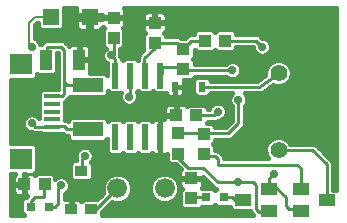
<source format=gtl>
G75*
%MOIN*%
%OFA0B0*%
%FSLAX25Y25*%
%IPPOS*%
%LPD*%
%AMOC8*
5,1,8,0,0,1.08239X$1,22.5*
%
%ADD10R,0.03937X0.04331*%
%ADD11R,0.04331X0.03937*%
%ADD12R,0.02480X0.03268*%
%ADD13R,0.03937X0.07087*%
%ADD14R,0.02362X0.08661*%
%ADD15R,0.03150X0.03150*%
%ADD16R,0.05512X0.03937*%
%ADD17C,0.06600*%
%ADD18R,0.03937X0.03543*%
%ADD19R,0.04331X0.03543*%
%ADD20C,0.05543*%
%ADD21R,0.05512X0.01378*%
%ADD22R,0.07480X0.07087*%
%ADD23R,0.10000X0.05000*%
%ADD24R,0.05500X0.05500*%
%ADD25C,0.01000*%
%ADD26C,0.02800*%
%ADD27C,0.00800*%
%ADD28C,0.01600*%
D10*
X0015146Y0023769D03*
X0021839Y0023769D03*
X0075225Y0071682D03*
X0081918Y0071682D03*
X0044871Y0072706D03*
X0044871Y0079398D03*
D11*
X0058532Y0077745D03*
X0058532Y0071052D03*
X0068099Y0068887D03*
X0068099Y0062194D03*
X0065698Y0046839D03*
X0072391Y0046839D03*
X0074989Y0040580D03*
X0074989Y0033887D03*
X0066446Y0034083D03*
X0066446Y0040776D03*
X0070698Y0025816D03*
X0070698Y0019123D03*
D12*
X0074320Y0056249D03*
X0065265Y0056249D03*
D13*
X0033335Y0065343D03*
X0022312Y0065343D03*
D14*
X0045402Y0060028D03*
X0050402Y0060028D03*
X0055402Y0060028D03*
X0060402Y0060028D03*
X0060402Y0039556D03*
X0055402Y0039556D03*
X0050402Y0039556D03*
X0045402Y0039556D03*
D15*
X0075619Y0019517D03*
X0081524Y0019517D03*
X0023217Y0016406D03*
X0017312Y0016406D03*
D16*
X0088020Y0018532D03*
X0096682Y0014792D03*
X0096682Y0022272D03*
X0107154Y0022233D03*
X0115816Y0018493D03*
X0107154Y0014753D03*
D17*
X0061839Y0022509D03*
X0046091Y0022509D03*
D18*
X0037430Y0015422D03*
X0030737Y0015422D03*
D19*
X0034083Y0028414D03*
D20*
X0099831Y0035265D03*
X0099831Y0060855D03*
D21*
X0024280Y0053178D03*
X0024280Y0050619D03*
X0024280Y0048060D03*
X0024280Y0045501D03*
X0024280Y0042942D03*
D22*
X0013847Y0032312D03*
X0013847Y0063808D03*
D23*
X0036249Y0056918D03*
X0036249Y0042154D03*
D24*
X0036843Y0079556D03*
X0023843Y0079556D03*
D25*
X0033335Y0071682D02*
X0033335Y0065343D01*
X0028375Y0068729D02*
X0027391Y0069713D01*
X0022745Y0069713D01*
X0022312Y0065343D01*
X0028375Y0068729D02*
X0028375Y0057902D01*
X0028375Y0053965D01*
X0027587Y0053178D01*
X0024280Y0053178D01*
X0028375Y0057902D02*
X0029359Y0056918D01*
X0036249Y0056918D01*
X0045402Y0060028D02*
X0045402Y0065481D01*
X0044123Y0066761D01*
X0044871Y0066997D01*
X0044871Y0072706D01*
X0054950Y0065776D02*
X0054950Y0060481D01*
X0055402Y0060028D01*
X0059871Y0059497D02*
X0060402Y0060028D01*
X0060855Y0060481D01*
X0060855Y0062824D01*
X0067469Y0062824D01*
X0068099Y0062194D01*
X0068454Y0061839D01*
X0084477Y0061839D01*
X0093454Y0056249D02*
X0099831Y0060855D01*
X0093454Y0056249D02*
X0074320Y0056249D01*
X0068099Y0062194D02*
X0067391Y0062194D01*
X0068099Y0068887D02*
X0068099Y0069083D01*
X0070698Y0071682D01*
X0075225Y0071682D01*
X0081918Y0071682D02*
X0092351Y0071682D01*
X0094320Y0069713D01*
X0086446Y0051997D02*
X0086446Y0044123D01*
X0083099Y0040776D01*
X0066446Y0040776D01*
X0074792Y0040776D01*
X0074989Y0040580D01*
X0074989Y0033887D02*
X0075580Y0033296D01*
X0078572Y0033296D01*
X0079517Y0032351D01*
X0079517Y0030343D01*
X0106131Y0030343D01*
X0107154Y0029320D01*
X0107154Y0022233D01*
X0102194Y0019517D02*
X0102194Y0016564D01*
X0103178Y0015580D01*
X0106997Y0015580D01*
X0107154Y0014753D01*
X0102194Y0019517D02*
X0098454Y0023257D01*
X0096682Y0022272D01*
X0096682Y0026013D01*
X0098257Y0027391D01*
X0092351Y0023454D02*
X0092351Y0015580D01*
X0093335Y0014595D01*
X0096485Y0014595D01*
X0096682Y0014792D01*
X0088020Y0018532D02*
X0085461Y0018532D01*
X0084477Y0019517D01*
X0081524Y0019517D01*
X0075619Y0019517D02*
X0071091Y0019517D01*
X0070698Y0019123D01*
X0079556Y0024438D02*
X0086446Y0024438D01*
X0091367Y0024438D01*
X0092351Y0023454D01*
X0079556Y0024438D02*
X0074635Y0029359D01*
X0069713Y0029359D01*
X0066446Y0032627D01*
X0066446Y0034083D01*
X0072391Y0046839D02*
X0078335Y0046839D01*
X0079556Y0048060D01*
X0099831Y0035265D02*
X0111052Y0035265D01*
X0115816Y0030501D01*
X0115816Y0018493D01*
X0050402Y0053355D02*
X0050028Y0052981D01*
X0050402Y0053355D02*
X0050402Y0060028D01*
X0054950Y0065776D02*
X0058532Y0069359D01*
X0058532Y0071052D01*
X0065934Y0071052D01*
X0068099Y0068887D01*
X0036249Y0042154D02*
X0029359Y0042154D01*
X0028375Y0043139D01*
X0024477Y0043139D01*
X0024280Y0042942D01*
X0018729Y0042942D01*
X0017548Y0044123D01*
X0034280Y0032312D02*
X0035265Y0033296D01*
X0034280Y0032312D02*
X0034280Y0028611D01*
X0034083Y0028414D01*
X0027391Y0023454D02*
X0026406Y0022469D01*
X0026406Y0017548D01*
X0025265Y0016406D01*
X0023217Y0016406D01*
X0021485Y0019517D02*
X0021485Y0023414D01*
X0021839Y0023769D01*
X0021839Y0023808D01*
X0020501Y0027391D02*
X0016564Y0027391D01*
X0015146Y0025973D01*
X0015146Y0023769D01*
X0014595Y0023217D01*
X0018532Y0019517D02*
X0021485Y0019517D01*
X0018532Y0019517D02*
X0017312Y0018296D01*
X0017312Y0016406D01*
X0037430Y0015422D02*
X0039005Y0015422D01*
X0046091Y0022509D01*
D26*
X0035265Y0033296D03*
X0027391Y0023454D03*
X0021485Y0031328D03*
X0011643Y0019517D03*
X0017548Y0044123D03*
X0044123Y0066761D03*
X0033335Y0071682D03*
X0017548Y0069713D03*
X0050028Y0052981D03*
X0079556Y0048060D03*
X0086446Y0051997D03*
X0084477Y0061839D03*
X0094320Y0069713D03*
X0098257Y0027391D03*
X0086446Y0024438D03*
D27*
X0017548Y0069713D02*
X0016564Y0070698D01*
X0016564Y0077587D01*
X0018532Y0079556D01*
X0023843Y0079556D01*
D28*
X0010537Y0027169D02*
X0010537Y0013490D01*
X0014816Y0013490D01*
X0014137Y0014169D01*
X0014137Y0018644D01*
X0015074Y0019581D01*
X0015627Y0019581D01*
X0015849Y0019803D01*
X0015331Y0019803D01*
X0015331Y0023584D01*
X0014962Y0023584D01*
X0014962Y0019803D01*
X0012941Y0019803D01*
X0012483Y0019926D01*
X0012073Y0020163D01*
X0011738Y0020498D01*
X0011501Y0020908D01*
X0011378Y0021366D01*
X0011378Y0023584D01*
X0014962Y0023584D01*
X0014962Y0023953D01*
X0014962Y0027169D01*
X0015331Y0027169D01*
X0015331Y0023953D01*
X0014962Y0023953D01*
X0011378Y0023953D01*
X0011378Y0026171D01*
X0011501Y0026629D01*
X0011738Y0027039D01*
X0011867Y0027169D01*
X0010537Y0027169D01*
X0010537Y0026273D02*
X0011405Y0026273D01*
X0011378Y0024675D02*
X0010537Y0024675D01*
X0010537Y0023076D02*
X0011378Y0023076D01*
X0011378Y0021478D02*
X0010537Y0021478D01*
X0010537Y0019879D02*
X0012657Y0019879D01*
X0014137Y0018281D02*
X0010537Y0018281D01*
X0010537Y0016682D02*
X0014137Y0016682D01*
X0014137Y0015084D02*
X0010537Y0015084D01*
X0014962Y0019879D02*
X0015331Y0019879D01*
X0015331Y0021478D02*
X0014962Y0021478D01*
X0014962Y0023076D02*
X0015331Y0023076D01*
X0015331Y0024675D02*
X0014962Y0024675D01*
X0014962Y0026273D02*
X0015331Y0026273D01*
X0018338Y0027256D02*
X0019187Y0028106D01*
X0019187Y0036518D01*
X0018250Y0037455D01*
X0010537Y0037455D01*
X0010537Y0058665D01*
X0018250Y0058665D01*
X0019187Y0059602D01*
X0019187Y0060693D01*
X0019681Y0060200D01*
X0024943Y0060200D01*
X0025880Y0061137D01*
X0025880Y0067613D01*
X0026275Y0067613D01*
X0026275Y0055467D01*
X0020862Y0055467D01*
X0019924Y0054530D01*
X0019924Y0045989D01*
X0019247Y0046666D01*
X0018145Y0047123D01*
X0016951Y0047123D01*
X0015849Y0046666D01*
X0015005Y0045822D01*
X0014548Y0044720D01*
X0014548Y0043526D01*
X0015005Y0042423D01*
X0015849Y0041580D01*
X0016951Y0041123D01*
X0017578Y0041123D01*
X0017859Y0040842D01*
X0020673Y0040842D01*
X0020862Y0040653D01*
X0027699Y0040653D01*
X0027795Y0040749D01*
X0028489Y0040054D01*
X0029649Y0040054D01*
X0029649Y0038992D01*
X0030586Y0038054D01*
X0041912Y0038054D01*
X0042621Y0038764D01*
X0042621Y0034562D01*
X0043559Y0033625D01*
X0047246Y0033625D01*
X0047902Y0034281D01*
X0048559Y0033625D01*
X0052246Y0033625D01*
X0052902Y0034281D01*
X0053559Y0033625D01*
X0057246Y0033625D01*
X0057766Y0034145D01*
X0057781Y0034120D01*
X0058116Y0033785D01*
X0058526Y0033548D01*
X0058984Y0033425D01*
X0060402Y0033425D01*
X0060402Y0039556D01*
X0060402Y0045687D01*
X0058984Y0045687D01*
X0058526Y0045564D01*
X0058116Y0045327D01*
X0057781Y0044992D01*
X0057766Y0044967D01*
X0057246Y0045487D01*
X0053559Y0045487D01*
X0052902Y0044830D01*
X0052246Y0045487D01*
X0048559Y0045487D01*
X0047902Y0044830D01*
X0047246Y0045487D01*
X0043559Y0045487D01*
X0042849Y0044777D01*
X0042849Y0045317D01*
X0041912Y0046254D01*
X0030586Y0046254D01*
X0029649Y0045317D01*
X0029649Y0044834D01*
X0029245Y0045239D01*
X0028636Y0045239D01*
X0028636Y0051257D01*
X0029245Y0051865D01*
X0030392Y0053012D01*
X0030586Y0052818D01*
X0041912Y0052818D01*
X0042849Y0053755D01*
X0042849Y0054807D01*
X0043559Y0054098D01*
X0047244Y0054098D01*
X0047028Y0053578D01*
X0047028Y0052384D01*
X0047485Y0051282D01*
X0048329Y0050438D01*
X0049432Y0049981D01*
X0050625Y0049981D01*
X0051728Y0050438D01*
X0052572Y0051282D01*
X0053028Y0052384D01*
X0053028Y0053578D01*
X0052647Y0054498D01*
X0052902Y0054754D01*
X0053559Y0054098D01*
X0057246Y0054098D01*
X0057902Y0054754D01*
X0058559Y0054098D01*
X0062246Y0054098D01*
X0062288Y0054140D01*
X0062347Y0053920D01*
X0062584Y0053510D01*
X0062919Y0053175D01*
X0063330Y0052938D01*
X0063787Y0052815D01*
X0065264Y0052815D01*
X0065264Y0056249D01*
X0065265Y0056249D01*
X0068305Y0056249D01*
X0068305Y0058120D01*
X0068182Y0058577D01*
X0068154Y0058625D01*
X0070927Y0058625D01*
X0071865Y0059562D01*
X0071865Y0059739D01*
X0082335Y0059739D01*
X0082778Y0059296D01*
X0083880Y0058839D01*
X0085074Y0058839D01*
X0086177Y0059296D01*
X0087020Y0060140D01*
X0087477Y0061243D01*
X0087477Y0062436D01*
X0087020Y0063539D01*
X0086177Y0064383D01*
X0085074Y0064839D01*
X0083880Y0064839D01*
X0082778Y0064383D01*
X0082335Y0063939D01*
X0071865Y0063939D01*
X0071865Y0064825D01*
X0071149Y0065540D01*
X0071865Y0066255D01*
X0071865Y0068646D01*
X0072594Y0067917D01*
X0077856Y0067917D01*
X0078572Y0068632D01*
X0079287Y0067917D01*
X0084549Y0067917D01*
X0085487Y0068854D01*
X0085487Y0069582D01*
X0091320Y0069582D01*
X0091320Y0069117D01*
X0091776Y0068014D01*
X0092620Y0067170D01*
X0093723Y0066713D01*
X0094916Y0066713D01*
X0096019Y0067170D01*
X0096863Y0068014D01*
X0097320Y0069117D01*
X0097320Y0070310D01*
X0096863Y0071413D01*
X0096019Y0072257D01*
X0094916Y0072713D01*
X0094290Y0072713D01*
X0093221Y0073782D01*
X0085487Y0073782D01*
X0085487Y0074510D01*
X0084549Y0075447D01*
X0079287Y0075447D01*
X0078572Y0074732D01*
X0077856Y0075447D01*
X0072594Y0075447D01*
X0071657Y0074510D01*
X0071657Y0073782D01*
X0069828Y0073782D01*
X0068598Y0072552D01*
X0068501Y0072455D01*
X0067501Y0072455D01*
X0066804Y0073152D01*
X0062298Y0073152D01*
X0062298Y0073683D01*
X0061703Y0074278D01*
X0061803Y0074336D01*
X0062138Y0074671D01*
X0062375Y0075082D01*
X0062498Y0075539D01*
X0062498Y0077561D01*
X0058717Y0077561D01*
X0058717Y0077929D01*
X0062498Y0077929D01*
X0062498Y0079950D01*
X0062375Y0080408D01*
X0062138Y0080819D01*
X0061803Y0081154D01*
X0061392Y0081391D01*
X0060935Y0081513D01*
X0058717Y0081513D01*
X0058717Y0077929D01*
X0058348Y0077929D01*
X0058348Y0077561D01*
X0054567Y0077561D01*
X0054567Y0075539D01*
X0054690Y0075082D01*
X0054927Y0074671D01*
X0055262Y0074336D01*
X0055362Y0074278D01*
X0054767Y0073683D01*
X0054767Y0068564D01*
X0054080Y0067876D01*
X0052850Y0066646D01*
X0052850Y0065356D01*
X0052246Y0065959D01*
X0048559Y0065959D01*
X0047902Y0065303D01*
X0047502Y0065703D01*
X0047502Y0066351D01*
X0047123Y0066730D01*
X0047123Y0066776D01*
X0047135Y0066800D01*
X0047123Y0066839D01*
X0047123Y0067357D01*
X0046971Y0067724D01*
X0046971Y0068940D01*
X0047502Y0068940D01*
X0048439Y0069877D01*
X0048439Y0075534D01*
X0048062Y0075911D01*
X0048280Y0076128D01*
X0048517Y0076538D01*
X0048639Y0076996D01*
X0048639Y0079214D01*
X0045055Y0079214D01*
X0045055Y0079583D01*
X0048639Y0079583D01*
X0048639Y0081801D01*
X0048517Y0082259D01*
X0048302Y0082630D01*
X0119047Y0082630D01*
X0119047Y0022061D01*
X0117916Y0022061D01*
X0117916Y0031371D01*
X0113152Y0036134D01*
X0111922Y0037365D01*
X0103693Y0037365D01*
X0103538Y0037741D01*
X0102308Y0038971D01*
X0100701Y0039636D01*
X0098962Y0039636D01*
X0097355Y0038971D01*
X0096125Y0037741D01*
X0095460Y0036134D01*
X0095460Y0034395D01*
X0096125Y0032788D01*
X0096470Y0032443D01*
X0081617Y0032443D01*
X0081617Y0033221D01*
X0080672Y0034166D01*
X0079441Y0035396D01*
X0078754Y0035396D01*
X0078754Y0036518D01*
X0078039Y0037233D01*
X0078754Y0037948D01*
X0078754Y0038676D01*
X0083969Y0038676D01*
X0088546Y0043253D01*
X0088546Y0049854D01*
X0088989Y0050297D01*
X0089446Y0051400D01*
X0089446Y0052594D01*
X0088989Y0053696D01*
X0088536Y0054149D01*
X0093285Y0054149D01*
X0093978Y0054037D01*
X0094133Y0054149D01*
X0094323Y0054149D01*
X0094819Y0054645D01*
X0097947Y0056904D01*
X0098962Y0056483D01*
X0100701Y0056483D01*
X0102308Y0057149D01*
X0103538Y0058379D01*
X0104203Y0059986D01*
X0104203Y0061725D01*
X0103538Y0063331D01*
X0102308Y0064561D01*
X0100701Y0065227D01*
X0098962Y0065227D01*
X0097355Y0064561D01*
X0096125Y0063331D01*
X0095460Y0061725D01*
X0095460Y0060288D01*
X0092774Y0058349D01*
X0077160Y0058349D01*
X0077160Y0058545D01*
X0076223Y0059483D01*
X0072417Y0059483D01*
X0071480Y0058545D01*
X0071480Y0053952D01*
X0072417Y0053015D01*
X0076223Y0053015D01*
X0077160Y0053952D01*
X0077160Y0054149D01*
X0084355Y0054149D01*
X0083902Y0053696D01*
X0083446Y0052594D01*
X0083446Y0051400D01*
X0083902Y0050297D01*
X0084346Y0049854D01*
X0084346Y0044993D01*
X0082229Y0042876D01*
X0078754Y0042876D01*
X0078754Y0043211D01*
X0077817Y0044148D01*
X0076096Y0044148D01*
X0076156Y0044208D01*
X0076156Y0044739D01*
X0079205Y0044739D01*
X0079526Y0045060D01*
X0080153Y0045060D01*
X0081255Y0045517D01*
X0082099Y0046360D01*
X0082556Y0047463D01*
X0082556Y0048657D01*
X0082099Y0049759D01*
X0081255Y0050603D01*
X0080153Y0051060D01*
X0078959Y0051060D01*
X0077857Y0050603D01*
X0077013Y0049759D01*
X0076673Y0048939D01*
X0076156Y0048939D01*
X0076156Y0049471D01*
X0075219Y0050408D01*
X0069562Y0050408D01*
X0069186Y0050031D01*
X0068968Y0050248D01*
X0068558Y0050485D01*
X0068100Y0050608D01*
X0065882Y0050608D01*
X0065882Y0047024D01*
X0065513Y0047024D01*
X0065513Y0050608D01*
X0063295Y0050608D01*
X0062837Y0050485D01*
X0062427Y0050248D01*
X0062092Y0049913D01*
X0061855Y0049503D01*
X0061732Y0049045D01*
X0061732Y0047024D01*
X0065513Y0047024D01*
X0065513Y0046655D01*
X0061732Y0046655D01*
X0061732Y0045687D01*
X0060402Y0045687D01*
X0060402Y0039556D01*
X0060402Y0039556D01*
X0060402Y0039556D01*
X0060402Y0033425D01*
X0061820Y0033425D01*
X0062278Y0033548D01*
X0062680Y0033780D01*
X0062680Y0031452D01*
X0063618Y0030515D01*
X0065588Y0030515D01*
X0067153Y0028950D01*
X0067092Y0028889D01*
X0066855Y0028479D01*
X0066732Y0028021D01*
X0066732Y0026000D01*
X0070513Y0026000D01*
X0070513Y0025631D01*
X0066732Y0025631D01*
X0066732Y0023610D01*
X0066855Y0023152D01*
X0067092Y0022742D01*
X0067427Y0022407D01*
X0067527Y0022349D01*
X0066932Y0021754D01*
X0066932Y0016492D01*
X0067870Y0015554D01*
X0073526Y0015554D01*
X0074313Y0016342D01*
X0077856Y0016342D01*
X0078572Y0017057D01*
X0079287Y0016342D01*
X0083665Y0016342D01*
X0083665Y0015901D01*
X0084602Y0014964D01*
X0090251Y0014964D01*
X0090251Y0014710D01*
X0091235Y0013725D01*
X0091471Y0013490D01*
X0040998Y0013490D01*
X0040998Y0014446D01*
X0044441Y0017889D01*
X0045117Y0017609D01*
X0047066Y0017609D01*
X0048867Y0018355D01*
X0050245Y0019733D01*
X0050991Y0021534D01*
X0050991Y0023483D01*
X0050245Y0025284D01*
X0048867Y0026663D01*
X0047066Y0027409D01*
X0045117Y0027409D01*
X0043316Y0026663D01*
X0041937Y0025284D01*
X0041191Y0023483D01*
X0041191Y0021534D01*
X0041471Y0020858D01*
X0039407Y0018794D01*
X0034799Y0018794D01*
X0034204Y0018199D01*
X0034146Y0018299D01*
X0033811Y0018634D01*
X0033400Y0018871D01*
X0032942Y0018994D01*
X0030823Y0018994D01*
X0030823Y0015508D01*
X0030651Y0015508D01*
X0030651Y0018994D01*
X0028532Y0018994D01*
X0028506Y0018987D01*
X0028506Y0020669D01*
X0029090Y0020910D01*
X0029934Y0021754D01*
X0030391Y0022857D01*
X0030391Y0024050D01*
X0029934Y0025153D01*
X0029090Y0025997D01*
X0027987Y0026454D01*
X0026794Y0026454D01*
X0025691Y0025997D01*
X0025408Y0025713D01*
X0025408Y0026597D01*
X0024471Y0027534D01*
X0019208Y0027534D01*
X0018613Y0026939D01*
X0018555Y0027039D01*
X0018338Y0027256D01*
X0018954Y0027872D02*
X0030318Y0027872D01*
X0030318Y0026273D02*
X0028422Y0026273D01*
X0030318Y0025980D02*
X0031255Y0025043D01*
X0036912Y0025043D01*
X0037849Y0025980D01*
X0037849Y0030849D01*
X0037454Y0031243D01*
X0037808Y0031597D01*
X0038265Y0032699D01*
X0038265Y0033893D01*
X0037808Y0034995D01*
X0036964Y0035839D01*
X0035861Y0036296D01*
X0034668Y0036296D01*
X0033565Y0035839D01*
X0032721Y0034995D01*
X0032265Y0033893D01*
X0032265Y0033266D01*
X0032180Y0033182D01*
X0032180Y0031786D01*
X0031255Y0031786D01*
X0030318Y0030849D01*
X0030318Y0025980D01*
X0030132Y0024675D02*
X0041685Y0024675D01*
X0041191Y0023076D02*
X0030391Y0023076D01*
X0029658Y0021478D02*
X0041215Y0021478D01*
X0040492Y0019879D02*
X0028506Y0019879D01*
X0030651Y0018281D02*
X0030823Y0018281D01*
X0030823Y0016682D02*
X0030651Y0016682D01*
X0034156Y0018281D02*
X0034286Y0018281D01*
X0041636Y0015084D02*
X0084482Y0015084D01*
X0078946Y0016682D02*
X0078197Y0016682D01*
X0078572Y0021976D02*
X0078933Y0022338D01*
X0078686Y0022338D01*
X0077456Y0023568D01*
X0074663Y0026361D01*
X0074663Y0026000D01*
X0070882Y0026000D01*
X0070882Y0025631D01*
X0074663Y0025631D01*
X0074663Y0023610D01*
X0074540Y0023152D01*
X0074303Y0022742D01*
X0074253Y0022691D01*
X0077856Y0022691D01*
X0078572Y0021976D01*
X0077947Y0023076D02*
X0074496Y0023076D01*
X0074663Y0024675D02*
X0076349Y0024675D01*
X0074750Y0026273D02*
X0074663Y0026273D01*
X0066899Y0023076D02*
X0066739Y0023076D01*
X0066739Y0023483D02*
X0066739Y0021534D01*
X0065993Y0019733D01*
X0064615Y0018355D01*
X0062814Y0017609D01*
X0060865Y0017609D01*
X0059064Y0018355D01*
X0057685Y0019733D01*
X0056939Y0021534D01*
X0056939Y0023483D01*
X0057685Y0025284D01*
X0059064Y0026663D01*
X0060865Y0027409D01*
X0062814Y0027409D01*
X0064615Y0026663D01*
X0065993Y0025284D01*
X0066739Y0023483D01*
X0066732Y0024675D02*
X0066246Y0024675D01*
X0066732Y0026273D02*
X0065004Y0026273D01*
X0066732Y0027872D02*
X0037849Y0027872D01*
X0037849Y0026273D02*
X0042926Y0026273D01*
X0037849Y0029470D02*
X0066632Y0029470D01*
X0063064Y0031069D02*
X0037628Y0031069D01*
X0038251Y0032667D02*
X0062680Y0032667D01*
X0060402Y0034266D02*
X0060402Y0034266D01*
X0060402Y0035864D02*
X0060402Y0035864D01*
X0060402Y0037463D02*
X0060402Y0037463D01*
X0060402Y0039061D02*
X0060402Y0039061D01*
X0060402Y0040660D02*
X0060402Y0040660D01*
X0060402Y0042259D02*
X0060402Y0042259D01*
X0060402Y0043857D02*
X0060402Y0043857D01*
X0060402Y0045456D02*
X0060402Y0045456D01*
X0058339Y0045456D02*
X0057277Y0045456D01*
X0053527Y0045456D02*
X0052277Y0045456D01*
X0048527Y0045456D02*
X0047277Y0045456D01*
X0043527Y0045456D02*
X0042710Y0045456D01*
X0048780Y0050251D02*
X0028636Y0050251D01*
X0028636Y0048653D02*
X0061732Y0048653D01*
X0062432Y0050251D02*
X0051277Y0050251D01*
X0052807Y0051850D02*
X0083446Y0051850D01*
X0083800Y0053448D02*
X0076656Y0053448D01*
X0077504Y0050251D02*
X0075375Y0050251D01*
X0071984Y0053448D02*
X0067883Y0053448D01*
X0067945Y0053510D02*
X0068182Y0053920D01*
X0068305Y0054378D01*
X0068305Y0056249D01*
X0065265Y0056249D01*
X0065265Y0056249D01*
X0065265Y0052815D01*
X0066742Y0052815D01*
X0067199Y0052938D01*
X0067610Y0053175D01*
X0067945Y0053510D01*
X0068305Y0055047D02*
X0071480Y0055047D01*
X0071480Y0056645D02*
X0068305Y0056645D01*
X0068272Y0058244D02*
X0071480Y0058244D01*
X0065264Y0055047D02*
X0065265Y0055047D01*
X0065264Y0053448D02*
X0065265Y0053448D01*
X0062646Y0053448D02*
X0053028Y0053448D01*
X0047250Y0051850D02*
X0029229Y0051850D01*
X0028636Y0047054D02*
X0061732Y0047054D01*
X0065513Y0047054D02*
X0065882Y0047054D01*
X0065882Y0048653D02*
X0065513Y0048653D01*
X0065513Y0050251D02*
X0065882Y0050251D01*
X0068963Y0050251D02*
X0069406Y0050251D01*
X0078108Y0043857D02*
X0083210Y0043857D01*
X0084346Y0045456D02*
X0081108Y0045456D01*
X0082386Y0047054D02*
X0084346Y0047054D01*
X0084346Y0048653D02*
X0082556Y0048653D01*
X0081607Y0050251D02*
X0083949Y0050251D01*
X0088546Y0048653D02*
X0119047Y0048653D01*
X0119047Y0050251D02*
X0088943Y0050251D01*
X0089446Y0051850D02*
X0119047Y0051850D01*
X0119047Y0053448D02*
X0089092Y0053448D01*
X0095376Y0055047D02*
X0119047Y0055047D01*
X0119047Y0056645D02*
X0101091Y0056645D01*
X0098572Y0056645D02*
X0097589Y0056645D01*
X0094842Y0059842D02*
X0086723Y0059842D01*
X0087477Y0061441D02*
X0095460Y0061441D01*
X0096004Y0063039D02*
X0087227Y0063039D01*
X0085561Y0064638D02*
X0097540Y0064638D01*
X0096684Y0067835D02*
X0119047Y0067835D01*
X0119047Y0066236D02*
X0071845Y0066236D01*
X0071865Y0067835D02*
X0091956Y0067835D01*
X0091320Y0069433D02*
X0085487Y0069433D01*
X0085487Y0074229D02*
X0119047Y0074229D01*
X0119047Y0075827D02*
X0062498Y0075827D01*
X0062498Y0077426D02*
X0119047Y0077426D01*
X0119047Y0079024D02*
X0062498Y0079024D01*
X0062251Y0080623D02*
X0119047Y0080623D01*
X0119047Y0082221D02*
X0048527Y0082221D01*
X0048639Y0080623D02*
X0054814Y0080623D01*
X0054927Y0080819D02*
X0054690Y0080408D01*
X0054567Y0079950D01*
X0054567Y0077929D01*
X0058348Y0077929D01*
X0058348Y0081513D01*
X0056130Y0081513D01*
X0055672Y0081391D01*
X0055262Y0081154D01*
X0054927Y0080819D01*
X0054567Y0079024D02*
X0048639Y0079024D01*
X0048639Y0077426D02*
X0054567Y0077426D01*
X0054567Y0075827D02*
X0048146Y0075827D01*
X0048439Y0074229D02*
X0055312Y0074229D01*
X0054767Y0072630D02*
X0048439Y0072630D01*
X0048439Y0071032D02*
X0054767Y0071032D01*
X0054767Y0069433D02*
X0047995Y0069433D01*
X0046971Y0067835D02*
X0054038Y0067835D01*
X0052850Y0066236D02*
X0047502Y0066236D01*
X0042621Y0064135D02*
X0042621Y0060308D01*
X0041912Y0061018D01*
X0036931Y0061018D01*
X0036981Y0061105D01*
X0037104Y0061563D01*
X0037104Y0065159D01*
X0033520Y0065159D01*
X0033520Y0065528D01*
X0033151Y0065528D01*
X0033151Y0070687D01*
X0031130Y0070687D01*
X0030672Y0070564D01*
X0030262Y0070327D01*
X0030004Y0070070D01*
X0029491Y0070583D01*
X0028260Y0071813D01*
X0022849Y0071813D01*
X0022086Y0071889D01*
X0021994Y0071813D01*
X0021875Y0071813D01*
X0021333Y0071272D01*
X0020741Y0070786D01*
X0020729Y0070667D01*
X0020645Y0070583D01*
X0020645Y0070487D01*
X0020475Y0070487D01*
X0020091Y0071413D01*
X0019247Y0072257D01*
X0018564Y0072540D01*
X0018564Y0076759D01*
X0019361Y0077556D01*
X0019493Y0077556D01*
X0019493Y0076143D01*
X0020431Y0075206D01*
X0027256Y0075206D01*
X0028193Y0076143D01*
X0028193Y0082630D01*
X0032317Y0082630D01*
X0032293Y0082543D01*
X0032293Y0080131D01*
X0036268Y0080131D01*
X0036268Y0078981D01*
X0032293Y0078981D01*
X0032293Y0076569D01*
X0032416Y0076111D01*
X0032653Y0075701D01*
X0032988Y0075366D01*
X0033399Y0075129D01*
X0033856Y0075006D01*
X0036268Y0075006D01*
X0036268Y0078981D01*
X0037418Y0078981D01*
X0037418Y0075006D01*
X0039830Y0075006D01*
X0040288Y0075129D01*
X0040699Y0075366D01*
X0041034Y0075701D01*
X0041271Y0076111D01*
X0041334Y0076349D01*
X0041462Y0076128D01*
X0041679Y0075911D01*
X0041302Y0075534D01*
X0041302Y0069877D01*
X0042150Y0069030D01*
X0041580Y0068460D01*
X0041123Y0067357D01*
X0041123Y0066164D01*
X0041580Y0065061D01*
X0042423Y0064217D01*
X0042621Y0064135D01*
X0042003Y0064638D02*
X0037104Y0064638D01*
X0037104Y0065528D02*
X0037104Y0069124D01*
X0036981Y0069581D01*
X0036744Y0069992D01*
X0036409Y0070327D01*
X0035999Y0070564D01*
X0035541Y0070687D01*
X0033520Y0070687D01*
X0033520Y0065528D01*
X0037104Y0065528D01*
X0037104Y0066236D02*
X0041123Y0066236D01*
X0041321Y0067835D02*
X0037104Y0067835D01*
X0037021Y0069433D02*
X0041747Y0069433D01*
X0041302Y0071032D02*
X0029042Y0071032D01*
X0033151Y0069433D02*
X0033520Y0069433D01*
X0033520Y0067835D02*
X0033151Y0067835D01*
X0033151Y0066236D02*
X0033520Y0066236D01*
X0037104Y0063039D02*
X0042621Y0063039D01*
X0042621Y0061441D02*
X0037071Y0061441D01*
X0042542Y0053448D02*
X0047028Y0053448D01*
X0029787Y0045456D02*
X0028636Y0045456D01*
X0027884Y0040660D02*
X0027706Y0040660D01*
X0029649Y0039061D02*
X0010537Y0039061D01*
X0010537Y0037463D02*
X0042621Y0037463D01*
X0042621Y0035864D02*
X0036903Y0035864D01*
X0038110Y0034266D02*
X0042918Y0034266D01*
X0047887Y0034266D02*
X0047918Y0034266D01*
X0052887Y0034266D02*
X0052918Y0034266D01*
X0049256Y0026273D02*
X0058674Y0026273D01*
X0057433Y0024675D02*
X0050498Y0024675D01*
X0050991Y0023076D02*
X0056939Y0023076D01*
X0056963Y0021478D02*
X0050968Y0021478D01*
X0050306Y0019879D02*
X0057625Y0019879D01*
X0059242Y0018281D02*
X0048689Y0018281D01*
X0043235Y0016682D02*
X0066932Y0016682D01*
X0066932Y0018281D02*
X0064437Y0018281D01*
X0066054Y0019879D02*
X0066932Y0019879D01*
X0066932Y0021478D02*
X0066716Y0021478D01*
X0081617Y0032667D02*
X0096246Y0032667D01*
X0095513Y0034266D02*
X0080572Y0034266D01*
X0080672Y0034166D02*
X0080672Y0034166D01*
X0078754Y0035864D02*
X0095460Y0035864D01*
X0096010Y0037463D02*
X0078269Y0037463D01*
X0084354Y0039061D02*
X0097574Y0039061D01*
X0102089Y0039061D02*
X0119047Y0039061D01*
X0119047Y0037463D02*
X0103653Y0037463D01*
X0113422Y0035864D02*
X0119047Y0035864D01*
X0119047Y0034266D02*
X0115020Y0034266D01*
X0116619Y0032667D02*
X0119047Y0032667D01*
X0119047Y0031069D02*
X0117916Y0031069D01*
X0117916Y0029470D02*
X0119047Y0029470D01*
X0119047Y0027872D02*
X0117916Y0027872D01*
X0117916Y0026273D02*
X0119047Y0026273D01*
X0119047Y0024675D02*
X0117916Y0024675D01*
X0117916Y0023076D02*
X0119047Y0023076D01*
X0119047Y0040660D02*
X0085953Y0040660D01*
X0087551Y0042259D02*
X0119047Y0042259D01*
X0119047Y0043857D02*
X0088546Y0043857D01*
X0088546Y0045456D02*
X0119047Y0045456D01*
X0119047Y0047054D02*
X0088546Y0047054D01*
X0103402Y0058244D02*
X0119047Y0058244D01*
X0119047Y0059842D02*
X0104144Y0059842D01*
X0104203Y0061441D02*
X0119047Y0061441D01*
X0119047Y0063039D02*
X0103659Y0063039D01*
X0102123Y0064638D02*
X0119047Y0064638D01*
X0119047Y0069433D02*
X0097320Y0069433D01*
X0097021Y0071032D02*
X0119047Y0071032D01*
X0119047Y0072630D02*
X0095117Y0072630D01*
X0083393Y0064638D02*
X0071865Y0064638D01*
X0068676Y0072630D02*
X0067325Y0072630D01*
X0071657Y0074229D02*
X0061752Y0074229D01*
X0058717Y0079024D02*
X0058348Y0079024D01*
X0058348Y0080623D02*
X0058717Y0080623D01*
X0044687Y0079583D02*
X0044687Y0079214D01*
X0041102Y0079214D01*
X0041102Y0078981D01*
X0037418Y0078981D01*
X0037418Y0080131D01*
X0041102Y0080131D01*
X0041102Y0079583D01*
X0044687Y0079583D01*
X0041102Y0079024D02*
X0037418Y0079024D01*
X0036268Y0079024D02*
X0028193Y0079024D01*
X0028193Y0077426D02*
X0032293Y0077426D01*
X0032580Y0075827D02*
X0027877Y0075827D01*
X0028193Y0080623D02*
X0032293Y0080623D01*
X0032293Y0082221D02*
X0028193Y0082221D01*
X0019493Y0077426D02*
X0019231Y0077426D01*
X0019809Y0075827D02*
X0018564Y0075827D01*
X0018564Y0074229D02*
X0041302Y0074229D01*
X0041302Y0072630D02*
X0018564Y0072630D01*
X0020249Y0071032D02*
X0021041Y0071032D01*
X0025880Y0066236D02*
X0026275Y0066236D01*
X0026275Y0064638D02*
X0025880Y0064638D01*
X0025880Y0063039D02*
X0026275Y0063039D01*
X0026275Y0061441D02*
X0025880Y0061441D01*
X0026275Y0059842D02*
X0019187Y0059842D01*
X0020441Y0055047D02*
X0010537Y0055047D01*
X0010537Y0056645D02*
X0026275Y0056645D01*
X0026275Y0058244D02*
X0010537Y0058244D01*
X0010537Y0053448D02*
X0019924Y0053448D01*
X0019924Y0051850D02*
X0010537Y0051850D01*
X0010537Y0050251D02*
X0019924Y0050251D01*
X0019924Y0048653D02*
X0010537Y0048653D01*
X0010537Y0047054D02*
X0016785Y0047054D01*
X0018311Y0047054D02*
X0019924Y0047054D01*
X0014853Y0045456D02*
X0010537Y0045456D01*
X0010537Y0043857D02*
X0014548Y0043857D01*
X0015170Y0042259D02*
X0010537Y0042259D01*
X0010537Y0040660D02*
X0020854Y0040660D01*
X0019187Y0035864D02*
X0033626Y0035864D01*
X0032419Y0034266D02*
X0019187Y0034266D01*
X0019187Y0032667D02*
X0032180Y0032667D01*
X0030538Y0031069D02*
X0019187Y0031069D01*
X0019187Y0029470D02*
X0030318Y0029470D01*
X0026359Y0026273D02*
X0025408Y0026273D01*
X0036268Y0075827D02*
X0037418Y0075827D01*
X0037418Y0077426D02*
X0036268Y0077426D01*
X0041107Y0075827D02*
X0041596Y0075827D01*
M02*

</source>
